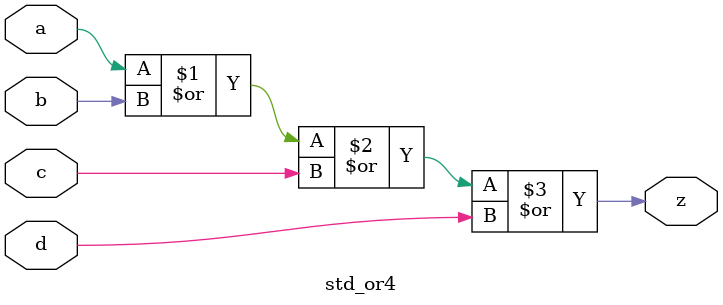
<source format=sv>

module std_or4 #(parameter DW = 1 ) // array width
(
	input [DW-1:0]  a,
	input [DW-1:0]  b,
	input [DW-1:0]  c,
	input [DW-1:0]  d, 
	output [DW-1:0] z
);

assign z = a | b | c | d;

endmodule

</source>
